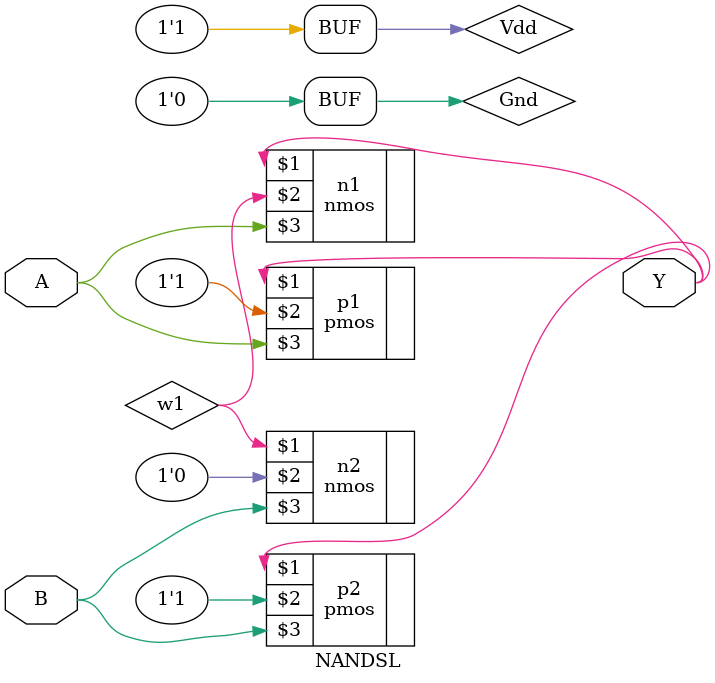
<source format=v>
module NANDSL(A,B,Y);
input A,B;
output Y;
supply1 Vdd;
supply0 Gnd;
wire w1;
pmos p1(Y,Vdd,A);
pmos p2(Y,Vdd,B);
nmos n1(Y,w1,A);
nmos n2(w1,Gnd,B);

endmodule

</source>
